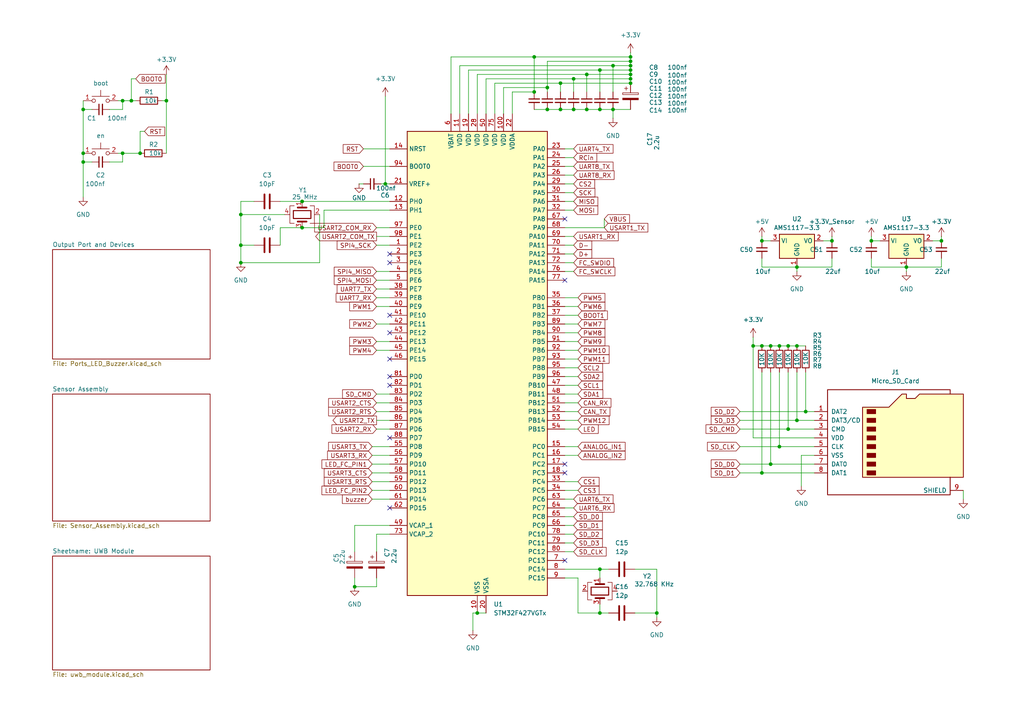
<source format=kicad_sch>
(kicad_sch (version 20231120) (generator "eeschema") (generator_version "8.0")
  (paper "A4")
  (lib_symbols
    (symbol "Connector:Micro_SD_Card" (pin_names (offset 1.016))
      (property "Reference" "J" (at -16.51 15.24 0))
      (property "Value" "Micro_SD_Card" (at 16.51 15.24 0))
      (symbol "Micro_SD_Card_1_1"
        (pin bidirectional line (at -22.86 7.62 0) (length 3.81) (name "DAT2") (number "1"))
        (pin bidirectional line (at -22.86 5.08 0) (length 3.81) (name "DAT3/CD") (number "2"))
        (pin input line (at -22.86 2.54 0) (length 3.81) (name "CMD") (number "3"))
        (pin power_in line (at -22.86 0 0) (length 3.81) (name "VDD") (number "4"))
        (pin input line (at -22.86 -2.54 0) (length 3.81) (name "CLK") (number "5"))
        (pin power_in line (at -22.86 -5.08 0) (length 3.81) (name "VSS") (number "6"))
        (pin bidirectional line (at -22.86 -7.62 0) (length 3.81) (name "DAT0") (number "7"))
        (pin bidirectional line (at -22.86 -10.16 0) (length 3.81) (name "DAT1") (number "8"))
        (pin passive line (at 20.32 -15.24 180) (length 3.81) (name "SHIELD") (number "9"))
      )
    )
    (symbol "Device:C" (pin_numbers hide) (pin_names (offset 0.254))
      (property "Reference" "C" (at 0.635 2.54 0))
      (property "Value" "C" (at 0.635 -2.54 0))
      (symbol "C_1_1"
        (pin passive line (at 0 3.81 270) (length 2.794) (name "~") (number "1"))
        (pin passive line (at 0 -3.81 90) (length 2.794) (name "~") (number "2"))
      )
    )
    (symbol "Device:C_Polarized" (pin_numbers hide) (pin_names (offset 0.254))
      (property "Reference" "C" (at 0.635 2.54 0))
      (property "Value" "C_Polarized" (at 0.635 -2.54 0))
      (symbol "C_Polarized_1_1"
        (pin passive line (at 0 3.81 270) (length 2.794) (name "~") (number "1"))
        (pin passive line (at 0 -3.81 90) (length 2.794) (name "~") (number "2"))
      )
    )
    (symbol "Device:C_Small" (pin_numbers hide) (pin_names (offset 0.254) hide)
      (property "Reference" "C" (at 0.254 1.778 0))
      (property "Value" "C_Small" (at 0.254 -2.032 0))
      (symbol "C_Small_1_1"
        (pin passive line (at 0 2.54 270) (length 2.032) (name "~") (number "1"))
        (pin passive line (at 0 -2.54 90) (length 2.032) (name "~") (number "2"))
      )
    )
    (symbol "Device:Crystal_GND24" (pin_names (offset 1.016) hide)
      (property "Reference" "Y" (at 3.175 5.08 0))
      (property "Value" "Crystal_GND24" (at 3.175 3.175 0))
      (symbol "Crystal_GND24_1_1"
        (pin passive line (at -3.81 0 0) (length 1.27) (name "1") (number "1"))
        (pin passive line (at 0 5.08 270) (length 1.27) (name "2") (number "2"))
        (pin passive line (at 3.81 0 180) (length 1.27) (name "3") (number "3"))
        (pin passive line (at 0 -5.08 90) (length 1.27) (name "4") (number "4"))
      )
    )
    (symbol "Device:R" (pin_numbers hide) (pin_names (offset 0))
      (property "Reference" "R" (at 2.032 0 90))
      (property "Value" "R" (at 0 0 90))
      (symbol "R_1_1"
        (pin passive line (at 0 3.81 270) (length 1.27) (name "~") (number "1"))
        (pin passive line (at 0 -3.81 90) (length 1.27) (name "~") (number "2"))
      )
    )
    (symbol "MCU_ST_STM32F4:STM32F427VGTx"
      (property "Reference" "U" (at -20.32 69.85 0))
      (property "Value" "STM32F427VGTx" (at 12.7 69.85 0))
      (symbol "STM32F427VGTx_1_1"
        (pin bidirectional line (at -25.4 35.56 0) (length 5.08) (name "PE2") (number "1"))
        (pin power_in line (at 0 -71.12 90) (length 5.08) (name "VSS") (number "10"))
        (pin power_in line (at 7.62 73.66 270) (length 5.08) (name "VDD") (number "100"))
        (pin power_in line (at -5.08 73.66 270) (length 5.08) (name "VDD") (number "11"))
        (pin bidirectional line (at -25.4 48.26 0) (length 5.08) (name "PH0") (number "12"))
        (pin bidirectional line (at -25.4 45.72 0) (length 5.08) (name "PH1") (number "13"))
        (pin input line (at -25.4 63.5 0) (length 5.08) (name "NRST") (number "14"))
        (pin bidirectional line (at 25.4 -22.86 180) (length 5.08) (name "PC0") (number "15"))
        (pin bidirectional line (at 25.4 -25.4 180) (length 5.08) (name "PC1") (number "16"))
        (pin bidirectional line (at 25.4 -27.94 180) (length 5.08) (name "PC2") (number "17"))
        (pin bidirectional line (at 25.4 -30.48 180) (length 5.08) (name "PC3") (number "18"))
        (pin power_in line (at -2.54 73.66 270) (length 5.08) (name "VDD") (number "19"))
        (pin bidirectional line (at -25.4 33.02 0) (length 5.08) (name "PE3") (number "2"))
        (pin power_in line (at 2.54 -71.12 90) (length 5.08) (name "VSSA") (number "20"))
        (pin input line (at -25.4 53.34 0) (length 5.08) (name "VREF+") (number "21"))
        (pin power_in line (at 10.16 73.66 270) (length 5.08) (name "VDDA") (number "22"))
        (pin bidirectional line (at 25.4 63.5 180) (length 5.08) (name "PA0") (number "23"))
        (pin bidirectional line (at 25.4 60.96 180) (length 5.08) (name "PA1") (number "24"))
        (pin bidirectional line (at 25.4 58.42 180) (length 5.08) (name "PA2") (number "25"))
        (pin bidirectional line (at 25.4 55.88 180) (length 5.08) (name "PA3") (number "26"))
        (pin passive line (at 0 -71.12 90) (length 5.08) hide (name "VSS") (number "27"))
        (pin power_in line (at 0 73.66 270) (length 5.08) (name "VDD") (number "28"))
        (pin bidirectional line (at 25.4 53.34 180) (length 5.08) (name "PA4") (number "29"))
        (pin bidirectional line (at -25.4 30.48 0) (length 5.08) (name "PE4") (number "3"))
        (pin bidirectional line (at 25.4 50.8 180) (length 5.08) (name "PA5") (number "30"))
        (pin bidirectional line (at 25.4 48.26 180) (length 5.08) (name "PA6") (number "31"))
        (pin bidirectional line (at 25.4 45.72 180) (length 5.08) (name "PA7") (number "32"))
        (pin bidirectional line (at 25.4 -33.02 180) (length 5.08) (name "PC4") (number "33"))
        (pin bidirectional line (at 25.4 -35.56 180) (length 5.08) (name "PC5") (number "34"))
        (pin bidirectional line (at 25.4 20.32 180) (length 5.08) (name "PB0") (number "35"))
        (pin bidirectional line (at 25.4 17.78 180) (length 5.08) (name "PB1") (number "36"))
        (pin bidirectional line (at 25.4 15.24 180) (length 5.08) (name "PB2") (number "37"))
        (pin bidirectional line (at -25.4 22.86 0) (length 5.08) (name "PE7") (number "38"))
        (pin bidirectional line (at -25.4 20.32 0) (length 5.08) (name "PE8") (number "39"))
        (pin bidirectional line (at -25.4 27.94 0) (length 5.08) (name "PE5") (number "4"))
        (pin bidirectional line (at -25.4 17.78 0) (length 5.08) (name "PE9") (number "40"))
        (pin bidirectional line (at -25.4 15.24 0) (length 5.08) (name "PE10") (number "41"))
        (pin bidirectional line (at -25.4 12.7 0) (length 5.08) (name "PE11") (number "42"))
        (pin bidirectional line (at -25.4 10.16 0) (length 5.08) (name "PE12") (number "43"))
        (pin bidirectional line (at -25.4 7.62 0) (length 5.08) (name "PE13") (number "44"))
        (pin bidirectional line (at -25.4 5.08 0) (length 5.08) (name "PE14") (number "45"))
        (pin bidirectional line (at -25.4 2.54 0) (length 5.08) (name "PE15") (number "46"))
        (pin bidirectional line (at 25.4 -5.08 180) (length 5.08) (name "PB10") (number "47"))
        (pin bidirectional line (at 25.4 -7.62 180) (length 5.08) (name "PB11") (number "48"))
        (pin power_out line (at -25.4 -45.72 0) (length 5.08) (name "VCAP_1") (number "49"))
        (pin bidirectional line (at -25.4 25.4 0) (length 5.08) (name "PE6") (number "5"))
        (pin power_in line (at 2.54 73.66 270) (length 5.08) (name "VDD") (number "50"))
        (pin bidirectional line (at 25.4 -10.16 180) (length 5.08) (name "PB12") (number "51"))
        (pin bidirectional line (at 25.4 -12.7 180) (length 5.08) (name "PB13") (number "52"))
        (pin bidirectional line (at 25.4 -15.24 180) (length 5.08) (name "PB14") (number "53"))
        (pin bidirectional line (at 25.4 -17.78 180) (length 5.08) (name "PB15") (number "54"))
        (pin bidirectional line (at -25.4 -22.86 0) (length 5.08) (name "PD8") (number "55"))
        (pin bidirectional line (at -25.4 -25.4 0) (length 5.08) (name "PD9") (number "56"))
        (pin bidirectional line (at -25.4 -27.94 0) (length 5.08) (name "PD10") (number "57"))
        (pin bidirectional line (at -25.4 -30.48 0) (length 5.08) (name "PD11") (number "58"))
        (pin bidirectional line (at -25.4 -33.02 0) (length 5.08) (name "PD12") (number "59"))
        (pin power_in line (at -7.62 73.66 270) (length 5.08) (name "VBAT") (number "6"))
        (pin bidirectional line (at -25.4 -35.56 0) (length 5.08) (name "PD13") (number "60"))
        (pin bidirectional line (at -25.4 -38.1 0) (length 5.08) (name "PD14") (number "61"))
        (pin bidirectional line (at -25.4 -40.64 0) (length 5.08) (name "PD15") (number "62"))
        (pin bidirectional line (at 25.4 -38.1 180) (length 5.08) (name "PC6") (number "63"))
        (pin bidirectional line (at 25.4 -40.64 180) (length 5.08) (name "PC7") (number "64"))
        (pin bidirectional line (at 25.4 -43.18 180) (length 5.08) (name "PC8") (number "65"))
        (pin bidirectional line (at 25.4 -45.72 180) (length 5.08) (name "PC9") (number "66"))
        (pin bidirectional line (at 25.4 43.18 180) (length 5.08) (name "PA8") (number "67"))
        (pin bidirectional line (at 25.4 40.64 180) (length 5.08) (name "PA9") (number "68"))
        (pin bidirectional line (at 25.4 38.1 180) (length 5.08) (name "PA10") (number "69"))
        (pin bidirectional line (at 25.4 -55.88 180) (length 5.08) (name "PC13") (number "7"))
        (pin bidirectional line (at 25.4 35.56 180) (length 5.08) (name "PA11") (number "70"))
        (pin bidirectional line (at 25.4 33.02 180) (length 5.08) (name "PA12") (number "71"))
        (pin bidirectional line (at 25.4 30.48 180) (length 5.08) (name "PA13") (number "72"))
        (pin power_out line (at -25.4 -48.26 0) (length 5.08) (name "VCAP_2") (number "73"))
        (pin passive line (at 0 -71.12 90) (length 5.08) hide (name "VSS") (number "74"))
        (pin power_in line (at 5.08 73.66 270) (length 5.08) (name "VDD") (number "75"))
        (pin bidirectional line (at 25.4 27.94 180) (length 5.08) (name "PA14") (number "76"))
        (pin bidirectional line (at 25.4 25.4 180) (length 5.08) (name "PA15") (number "77"))
        (pin bidirectional line (at 25.4 -48.26 180) (length 5.08) (name "PC10") (number "78"))
        (pin bidirectional line (at 25.4 -50.8 180) (length 5.08) (name "PC11") (number "79"))
        (pin bidirectional line (at 25.4 -58.42 180) (length 5.08) (name "PC14") (number "8"))
        (pin bidirectional line (at 25.4 -53.34 180) (length 5.08) (name "PC12") (number "80"))
        (pin bidirectional line (at -25.4 -2.54 0) (length 5.08) (name "PD0") (number "81"))
        (pin bidirectional line (at -25.4 -5.08 0) (length 5.08) (name "PD1") (number "82"))
        (pin bidirectional line (at -25.4 -7.62 0) (length 5.08) (name "PD2") (number "83"))
        (pin bidirectional line (at -25.4 -10.16 0) (length 5.08) (name "PD3") (number "84"))
        (pin bidirectional line (at -25.4 -12.7 0) (length 5.08) (name "PD4") (number "85"))
        (pin bidirectional line (at -25.4 -15.24 0) (length 5.08) (name "PD5") (number "86"))
        (pin bidirectional line (at -25.4 -17.78 0) (length 5.08) (name "PD6") (number "87"))
        (pin bidirectional line (at -25.4 -20.32 0) (length 5.08) (name "PD7") (number "88"))
        (pin bidirectional line (at 25.4 12.7 180) (length 5.08) (name "PB3") (number "89"))
        (pin bidirectional line (at 25.4 -60.96 180) (length 5.08) (name "PC15") (number "9"))
        (pin bidirectional line (at 25.4 10.16 180) (length 5.08) (name "PB4") (number "90"))
        (pin bidirectional line (at 25.4 7.62 180) (length 5.08) (name "PB5") (number "91"))
        (pin bidirectional line (at 25.4 5.08 180) (length 5.08) (name "PB6") (number "92"))
        (pin bidirectional line (at 25.4 2.54 180) (length 5.08) (name "PB7") (number "93"))
        (pin input line (at -25.4 58.42 0) (length 5.08) (name "BOOT0") (number "94"))
        (pin bidirectional line (at 25.4 0 180) (length 5.08) (name "PB8") (number "95"))
        (pin bidirectional line (at 25.4 -2.54 180) (length 5.08) (name "PB9") (number "96"))
        (pin bidirectional line (at -25.4 40.64 0) (length 5.08) (name "PE0") (number "97"))
        (pin bidirectional line (at -25.4 38.1 0) (length 5.08) (name "PE1") (number "98"))
        (pin passive line (at 0 -71.12 90) (length 5.08) hide (name "VSS") (number "99"))
      )
    )
    (symbol "PCM_Resistor_AKL:R_0603" (pin_numbers hide) (pin_names (offset 0))
      (property "Reference" "R" (at 2.54 1.27 0))
      (property "Value" "R_0603" (at 2.54 -1.27 0))
      (symbol "R_0603_1_1"
        (pin passive line (at 0 3.81 270) (length 1.27) (name "~") (number "1"))
        (pin passive line (at 0 -3.81 90) (length 1.27) (name "~") (number "2"))
      )
      (symbol "R_0603_1_2"
        (pin passive line (at 2.54 2.54 180) (length 0) (name "") (number "1"))
        (pin passive line (at -2.54 -2.54 0) (length 0) (name "") (number "2"))
      )
    )
    (symbol "Regulator_Linear:AMS1117-3.3"
      (property "Reference" "U" (at -3.81 3.175 0))
      (property "Value" "AMS1117-3.3" (at 0 3.175 0))
      (symbol "AMS1117-3.3_1_1"
        (pin power_in line (at 0 -7.62 90) (length 2.54) (name "GND") (number "1"))
        (pin power_out line (at 7.62 0 180) (length 2.54) (name "VO") (number "2"))
        (pin power_in line (at -7.62 0 0) (length 2.54) (name "VI") (number "3"))
      )
    )
    (symbol "Switch:SW_Push_Dual_x2" (pin_names (offset 1.016) hide)
      (property "Reference" "SW" (at 1.27 2.54 0))
      (property "Value" "SW_Push_Dual_x2" (at 0 -1.524 0))
      (symbol "SW_Push_Dual_x2_1_1"
        (pin passive line (at -5.08 0 0) (length 2.54) (name "C") (number "1"))
        (pin passive line (at 5.08 0 180) (length 2.54) (name "D") (number "2"))
      )
      (symbol "SW_Push_Dual_x2_2_1"
        (pin passive line (at -5.08 0 0) (length 2.54) (name "C") (number "3"))
        (pin passive line (at 5.08 0 180) (length 2.54) (name "D") (number "4"))
      )
    )
    (symbol "power:+3.3V" (power) (pin_numbers hide) (pin_names (offset 0) hide)
      (property "Value" "+3.3V" (at 0 3.556 0))
      (symbol "+3.3V_1_1"
        (pin power_in line (at 0 0 90) (length 0) (name "~") (number "1"))
      )
    )
    (symbol "power:+5V" (power) (pin_numbers hide) (pin_names (offset 0) hide)
      (property "Value" "+5V" (at 0 3.556 0))
      (symbol "+5V_1_1"
        (pin power_in line (at 0 0 90) (length 0) (name "~") (number "1"))
      )
    )
    (symbol "power:GND" (power) (pin_numbers hide) (pin_names (offset 0) hide)
      (property "Value" "GND" (at 0 -3.81 0))
      (symbol "GND_1_1"
        (pin power_in line (at 0 0 270) (length 0) (name "~") (number "1"))
      )
    )
  )
  (junction (at 154.94 16.51))
  (junction (at 38.1 29.21))
  (junction (at 48.26 29.21))
  (junction (at 35.56 44.45))
  (junction (at 226.06 129.54))
  (junction (at 182.88 17.78))
  (junction (at 231.14 121.92))
  (junction (at 220.98 100.33))
  (junction (at 154.94 26.67))
  (junction (at 226.06 100.33))
  (junction (at 69.85 71.12))
  (junction (at 35.56 29.21))
  (junction (at 40.64 44.45))
  (junction (at 252.73 69.85))
  (junction (at 24.13 46.99))
  (junction (at 220.98 137.16))
  (junction (at 241.3 69.85))
  (junction (at 182.88 20.32))
  (junction (at 228.6 100.33))
  (junction (at 166.37 31.75))
  (junction (at 231.14 100.33))
  (junction (at 173.99 20.32))
  (junction (at 87.63 58.42))
  (junction (at 87.63 66.04))
  (junction (at 177.8 19.05))
  (junction (at 173.99 177.8))
  (junction (at 182.88 16.51))
  (junction (at 158.75 25.4))
  (junction (at 138.43 177.8))
  (junction (at 173.99 31.75))
  (junction (at 182.88 24.13))
  (junction (at 162.56 31.75))
  (junction (at 273.05 69.85))
  (junction (at 111.76 53.34))
  (junction (at 182.88 22.86))
  (junction (at 177.8 31.75))
  (junction (at 231.14 77.47))
  (junction (at 102.87 170.18))
  (junction (at 170.18 31.75))
  (junction (at 233.68 119.38))
  (junction (at 228.6 124.46))
  (junction (at 182.88 21.59))
  (junction (at 69.85 76.2))
  (junction (at 166.37 22.86))
  (junction (at 24.13 31.75))
  (junction (at 223.52 100.33))
  (junction (at 162.56 24.13))
  (junction (at 223.52 134.62))
  (junction (at 24.13 44.45))
  (junction (at 170.18 21.59))
  (junction (at 69.85 62.23))
  (junction (at 262.89 77.47))
  (junction (at 158.75 31.75))
  (junction (at 218.44 100.33))
  (junction (at 220.98 69.85))
  (junction (at 190.5 177.8))
  (junction (at 173.99 165.1))
  (junction (at 182.88 19.05))
  (no_connect (at 113.03 104.14))
  (no_connect (at 113.03 127))
  (no_connect (at 113.03 76.2))
  (no_connect (at 113.03 111.76))
  (no_connect (at 163.83 162.56))
  (no_connect (at 163.83 134.62))
  (no_connect (at 113.03 147.32))
  (no_connect (at 163.83 63.5))
  (no_connect (at 113.03 96.52))
  (no_connect (at 163.83 81.28))
  (no_connect (at 113.03 73.66))
  (no_connect (at 113.03 109.22))
  (no_connect (at 163.83 137.16))
  (no_connect (at 113.03 91.44))
  (wire (pts (xy 109.22 78.74) (xy 113.03 78.74)))
  (wire (pts (xy 163.83 106.68) (xy 167.64 106.68)))
  (wire (pts (xy 166.37 78.74) (xy 163.83 78.74)))
  (wire (pts (xy 73.66 58.42) (xy 69.85 58.42)))
  (wire (pts (xy 31.75 46.99) (xy 35.56 46.99)))
  (wire (pts (xy 176.53 177.8) (xy 173.99 177.8)))
  (wire (pts (xy 163.83 71.12) (xy 166.37 71.12)))
  (wire (pts (xy 158.75 26.67) (xy 158.75 25.4)))
  (wire (pts (xy 69.85 62.23) (xy 69.85 71.12)))
  (wire (pts (xy 177.8 26.67) (xy 177.8 19.05)))
  (wire (pts (xy 109.22 154.94) (xy 113.03 154.94)))
  (wire (pts (xy 241.3 74.93) (xy 241.3 77.47)))
  (wire (pts (xy 166.37 152.4) (xy 163.83 152.4)))
  (wire (pts (xy 109.22 71.12) (xy 113.03 71.12)))
  (wire (pts (xy 226.06 107.95) (xy 226.06 129.54)))
  (wire (pts (xy 109.22 81.28) (xy 113.03 81.28)))
  (wire (pts (xy 133.35 19.05) (xy 133.35 33.02)))
  (wire (pts (xy 130.81 33.02) (xy 130.81 16.51)))
  (wire (pts (xy 154.94 16.51) (xy 182.88 16.51)))
  (wire (pts (xy 220.98 74.93) (xy 220.98 77.47)))
  (wire (pts (xy 87.63 66.04) (xy 93.98 66.04)))
  (wire (pts (xy 69.85 71.12) (xy 73.66 71.12)))
  (wire (pts (xy 241.3 69.85) (xy 241.3 68.58)))
  (wire (pts (xy 163.83 53.34) (xy 166.37 53.34)))
  (wire (pts (xy 223.52 69.85) (xy 220.98 69.85)))
  (wire (pts (xy 102.87 167.64) (xy 102.87 170.18)))
  (wire (pts (xy 163.83 165.1) (xy 173.99 165.1)))
  (wire (pts (xy 109.22 99.06) (xy 113.03 99.06)))
  (wire (pts (xy 252.73 74.93) (xy 252.73 77.47)))
  (wire (pts (xy 220.98 137.16) (xy 236.22 137.16)))
  (wire (pts (xy 176.53 165.1) (xy 173.99 165.1)))
  (wire (pts (xy 48.26 21.59) (xy 48.26 29.21)))
  (wire (pts (xy 138.43 177.8) (xy 140.97 177.8)))
  (wire (pts (xy 220.98 69.85) (xy 220.98 68.58)))
  (wire (pts (xy 109.22 160.02) (xy 109.22 154.94)))
  (wire (pts (xy 107.95 144.78) (xy 113.03 144.78)))
  (wire (pts (xy 105.41 48.26) (xy 113.03 48.26)))
  (wire (pts (xy 236.22 132.08) (xy 232.41 132.08)))
  (wire (pts (xy 252.73 69.85) (xy 252.73 68.58)))
  (wire (pts (xy 255.27 69.85) (xy 252.73 69.85)))
  (wire (pts (xy 146.05 25.4) (xy 146.05 33.02)))
  (wire (pts (xy 163.83 111.76) (xy 167.64 111.76)))
  (wire (pts (xy 109.22 83.82) (xy 113.03 83.82)))
  (wire (pts (xy 163.83 45.72) (xy 166.37 45.72)))
  (wire (pts (xy 69.85 71.12) (xy 69.85 76.2)))
  (wire (pts (xy 214.63 124.46) (xy 228.6 124.46)))
  (wire (pts (xy 109.22 66.04) (xy 113.03 66.04)))
  (wire (pts (xy 173.99 165.1) (xy 173.99 167.64)))
  (wire (pts (xy 177.8 19.05) (xy 182.88 19.05)))
  (wire (pts (xy 184.15 165.1) (xy 190.5 165.1)))
  (wire (pts (xy 38.1 29.21) (xy 35.56 29.21)))
  (wire (pts (xy 166.37 50.8) (xy 163.83 50.8)))
  (wire (pts (xy 137.16 182.88) (xy 137.16 177.8)))
  (wire (pts (xy 163.83 93.98) (xy 167.64 93.98)))
  (wire (pts (xy 81.28 71.12) (xy 81.28 66.04)))
  (wire (pts (xy 107.95 142.24) (xy 113.03 142.24)))
  (wire (pts (xy 163.83 68.58) (xy 166.37 68.58)))
  (wire (pts (xy 158.75 25.4) (xy 158.75 17.78)))
  (wire (pts (xy 163.83 91.44) (xy 167.64 91.44)))
  (wire (pts (xy 238.76 69.85) (xy 241.3 69.85)))
  (wire (pts (xy 109.22 167.64) (xy 109.22 170.18)))
  (wire (pts (xy 173.99 31.75) (xy 177.8 31.75)))
  (wire (pts (xy 111.76 53.34) (xy 113.03 53.34)))
  (wire (pts (xy 109.22 114.3) (xy 113.03 114.3)))
  (wire (pts (xy 167.64 116.84) (xy 163.83 116.84)))
  (wire (pts (xy 173.99 20.32) (xy 135.89 20.32)))
  (wire (pts (xy 166.37 22.86) (xy 140.97 22.86)))
  (wire (pts (xy 163.83 73.66) (xy 166.37 73.66)))
  (wire (pts (xy 154.94 26.67) (xy 154.94 16.51)))
  (wire (pts (xy 170.18 21.59) (xy 138.43 21.59)))
  (wire (pts (xy 140.97 22.86) (xy 140.97 33.02)))
  (wire (pts (xy 130.81 16.51) (xy 154.94 16.51)))
  (wire (pts (xy 109.22 170.18) (xy 102.87 170.18)))
  (wire (pts (xy 167.64 177.8) (xy 173.99 177.8)))
  (wire (pts (xy 109.22 101.6) (xy 113.03 101.6)))
  (wire (pts (xy 166.37 154.94) (xy 163.83 154.94)))
  (wire (pts (xy 228.6 124.46) (xy 236.22 124.46)))
  (wire (pts (xy 35.56 44.45) (xy 34.29 44.45)))
  (wire (pts (xy 163.83 66.04) (xy 175.26 66.04)))
  (wire (pts (xy 163.83 144.78) (xy 166.37 144.78)))
  (wire (pts (xy 167.64 96.52) (xy 163.83 96.52)))
  (wire (pts (xy 41.91 38.1) (xy 40.64 38.1)))
  (wire (pts (xy 241.3 77.47) (xy 231.14 77.47)))
  (wire (pts (xy 104.14 53.34) (xy 105.41 53.34)))
  (wire (pts (xy 107.95 134.62) (xy 113.03 134.62)))
  (wire (pts (xy 228.6 100.33) (xy 231.14 100.33)))
  (wire (pts (xy 35.56 44.45) (xy 40.64 44.45)))
  (wire (pts (xy 218.44 100.33) (xy 220.98 100.33)))
  (wire (pts (xy 182.88 19.05) (xy 182.88 20.32)))
  (wire (pts (xy 177.8 31.75) (xy 182.88 31.75)))
  (wire (pts (xy 93.98 60.96) (xy 93.98 66.04)))
  (wire (pts (xy 170.18 31.75) (xy 173.99 31.75)))
  (wire (pts (xy 167.64 124.46) (xy 163.83 124.46)))
  (wire (pts (xy 93.98 60.96) (xy 113.03 60.96)))
  (wire (pts (xy 154.94 31.75) (xy 158.75 31.75)))
  (wire (pts (xy 31.75 31.75) (xy 35.56 31.75)))
  (wire (pts (xy 113.03 129.54) (xy 107.95 129.54)))
  (wire (pts (xy 38.1 22.86) (xy 38.1 29.21)))
  (wire (pts (xy 279.4 142.24) (xy 279.4 144.78)))
  (wire (pts (xy 262.89 77.47) (xy 273.05 77.47)))
  (wire (pts (xy 166.37 31.75) (xy 170.18 31.75)))
  (wire (pts (xy 167.64 167.64) (xy 167.64 177.8)))
  (wire (pts (xy 111.76 27.94) (xy 111.76 53.34)))
  (wire (pts (xy 214.63 137.16) (xy 220.98 137.16)))
  (wire (pts (xy 137.16 177.8) (xy 138.43 177.8)))
  (wire (pts (xy 102.87 152.4) (xy 113.03 152.4)))
  (wire (pts (xy 232.41 132.08) (xy 232.41 140.97)))
  (wire (pts (xy 163.83 43.18) (xy 166.37 43.18)))
  (wire (pts (xy 163.83 147.32) (xy 166.37 147.32)))
  (wire (pts (xy 167.64 139.7) (xy 163.83 139.7)))
  (wire (pts (xy 166.37 55.88) (xy 163.83 55.88)))
  (wire (pts (xy 163.83 132.08) (xy 167.64 132.08)))
  (wire (pts (xy 163.83 76.2) (xy 166.37 76.2)))
  (wire (pts (xy 182.88 22.86) (xy 182.88 24.13)))
  (wire (pts (xy 167.64 142.24) (xy 163.83 142.24)))
  (wire (pts (xy 166.37 160.02) (xy 163.83 160.02)))
  (wire (pts (xy 270.51 69.85) (xy 273.05 69.85)))
  (wire (pts (xy 190.5 177.8) (xy 184.15 177.8)))
  (wire (pts (xy 87.63 58.42) (xy 113.03 58.42)))
  (wire (pts (xy 236.22 119.38) (xy 233.68 119.38)))
  (wire (pts (xy 35.56 31.75) (xy 35.56 29.21)))
  (wire (pts (xy 109.22 119.38) (xy 113.03 119.38)))
  (wire (pts (xy 24.13 46.99) (xy 26.67 46.99)))
  (wire (pts (xy 24.13 46.99) (xy 24.13 57.15)))
  (wire (pts (xy 182.88 20.32) (xy 182.88 21.59)))
  (wire (pts (xy 138.43 21.59) (xy 138.43 33.02)))
  (wire (pts (xy 166.37 157.48) (xy 163.83 157.48)))
  (wire (pts (xy 177.8 31.75) (xy 177.8 34.29)))
  (wire (pts (xy 166.37 58.42) (xy 163.83 58.42)))
  (wire (pts (xy 231.14 77.47) (xy 231.14 78.74)))
  (wire (pts (xy 162.56 31.75) (xy 166.37 31.75)))
  (wire (pts (xy 173.99 26.67) (xy 173.99 20.32)))
  (wire (pts (xy 81.28 66.04) (xy 87.63 66.04)))
  (wire (pts (xy 107.95 139.7) (xy 113.03 139.7)))
  (wire (pts (xy 109.22 86.36) (xy 113.03 86.36)))
  (wire (pts (xy 69.85 62.23) (xy 82.55 62.23)))
  (wire (pts (xy 214.63 134.62) (xy 223.52 134.62)))
  (wire (pts (xy 273.05 69.85) (xy 273.05 68.58)))
  (wire (pts (xy 92.71 76.2) (xy 69.85 76.2)))
  (wire (pts (xy 226.06 129.54) (xy 236.22 129.54)))
  (wire (pts (xy 163.83 109.22) (xy 167.64 109.22)))
  (wire (pts (xy 163.83 86.36) (xy 167.64 86.36)))
  (wire (pts (xy 166.37 22.86) (xy 182.88 22.86)))
  (wire (pts (xy 113.03 132.08) (xy 107.95 132.08)))
  (wire (pts (xy 214.63 129.54) (xy 226.06 129.54)))
  (wire (pts (xy 218.44 97.79) (xy 218.44 100.33)))
  (wire (pts (xy 113.03 43.18) (xy 105.41 43.18)))
  (wire (pts (xy 109.22 121.92) (xy 113.03 121.92)))
  (wire (pts (xy 223.52 134.62) (xy 236.22 134.62)))
  (wire (pts (xy 173.99 177.8) (xy 173.99 175.26)))
  (wire (pts (xy 223.52 100.33) (xy 226.06 100.33)))
  (wire (pts (xy 177.8 19.05) (xy 133.35 19.05)))
  (wire (pts (xy 39.37 22.86) (xy 38.1 22.86)))
  (wire (pts (xy 220.98 100.33) (xy 223.52 100.33)))
  (wire (pts (xy 162.56 24.13) (xy 182.88 24.13)))
  (wire (pts (xy 40.64 38.1) (xy 40.64 44.45)))
  (wire (pts (xy 109.22 116.84) (xy 113.03 116.84)))
  (wire (pts (xy 102.87 160.02) (xy 102.87 152.4)))
  (wire (pts (xy 231.14 121.92) (xy 236.22 121.92)))
  (wire (pts (xy 24.13 31.75) (xy 24.13 44.45)))
  (wire (pts (xy 148.59 26.67) (xy 148.59 33.02)))
  (wire (pts (xy 135.89 20.32) (xy 135.89 33.02)))
  (wire (pts (xy 236.22 127) (xy 218.44 127)))
  (wire (pts (xy 226.06 100.33) (xy 228.6 100.33)))
  (wire (pts (xy 39.37 29.21) (xy 38.1 29.21)))
  (wire (pts (xy 231.14 107.95) (xy 231.14 121.92)))
  (wire (pts (xy 81.28 58.42) (xy 87.63 58.42)))
  (wire (pts (xy 233.68 119.38) (xy 233.68 107.95)))
  (wire (pts (xy 24.13 29.21) (xy 24.13 31.75)))
  (wire (pts (xy 228.6 107.95) (xy 228.6 124.46)))
  (wire (pts (xy 35.56 46.99) (xy 35.56 44.45)))
  (wire (pts (xy 214.63 119.38) (xy 233.68 119.38)))
  (wire (pts (xy 170.18 21.59) (xy 182.88 21.59)))
  (wire (pts (xy 109.22 68.58) (xy 113.03 68.58)))
  (wire (pts (xy 158.75 17.78) (xy 182.88 17.78)))
  (wire (pts (xy 24.13 44.45) (xy 24.13 46.99)))
  (wire (pts (xy 110.49 53.34) (xy 111.76 53.34)))
  (wire (pts (xy 167.64 121.92) (xy 163.83 121.92)))
  (wire (pts (xy 163.83 167.64) (xy 167.64 167.64)))
  (wire (pts (xy 182.88 16.51) (xy 182.88 17.78)))
  (wire (pts (xy 167.64 99.06) (xy 163.83 99.06)))
  (wire (pts (xy 35.56 29.21) (xy 34.29 29.21)))
  (wire (pts (xy 214.63 121.92) (xy 231.14 121.92)))
  (wire (pts (xy 109.22 124.46) (xy 113.03 124.46)))
  (wire (pts (xy 220.98 107.95) (xy 220.98 137.16)))
  (wire (pts (xy 223.52 107.95) (xy 223.52 134.62)))
  (wire (pts (xy 158.75 25.4) (xy 146.05 25.4)))
  (wire (pts (xy 26.67 31.75) (xy 24.13 31.75)))
  (wire (pts (xy 182.88 17.78) (xy 182.88 19.05)))
  (wire (pts (xy 175.26 66.04) (xy 175.26 63.5)))
  (wire (pts (xy 154.94 26.67) (xy 148.59 26.67)))
  (wire (pts (xy 166.37 26.67) (xy 166.37 22.86)))
  (wire (pts (xy 163.83 104.14) (xy 167.64 104.14)))
  (wire (pts (xy 273.05 74.93) (xy 273.05 77.47)))
  (wire (pts (xy 220.98 77.47) (xy 231.14 77.47)))
  (wire (pts (xy 163.83 114.3) (xy 167.64 114.3)))
  (wire (pts (xy 158.75 31.75) (xy 162.56 31.75)))
  (wire (pts (xy 109.22 93.98) (xy 113.03 93.98)))
  (wire (pts (xy 182.88 15.24) (xy 182.88 16.51)))
  (wire (pts (xy 173.99 20.32) (xy 182.88 20.32)))
  (wire (pts (xy 252.73 77.47) (xy 262.89 77.47)))
  (wire (pts (xy 166.37 149.86) (xy 163.83 149.86)))
  (wire (pts (xy 143.51 24.13) (xy 143.51 33.02)))
  (wire (pts (xy 190.5 165.1) (xy 190.5 177.8)))
  (wire (pts (xy 48.26 29.21) (xy 46.99 29.21)))
  (wire (pts (xy 167.64 119.38) (xy 163.83 119.38)))
  (wire (pts (xy 190.5 177.8) (xy 190.5 179.07)))
  (wire (pts (xy 163.83 88.9) (xy 167.64 88.9)))
  (wire (pts (xy 182.88 21.59) (xy 182.88 22.86)))
  (wire (pts (xy 262.89 77.47) (xy 262.89 78.74)))
  (wire (pts (xy 92.71 62.23) (xy 92.71 76.2)))
  (wire (pts (xy 69.85 58.42) (xy 69.85 62.23)))
  (wire (pts (xy 48.26 29.21) (xy 48.26 44.45)))
  (wire (pts (xy 218.44 127) (xy 218.44 100.33)))
  (wire (pts (xy 162.56 26.67) (xy 162.56 24.13)))
  (wire (pts (xy 231.14 100.33) (xy 233.68 100.33)))
  (wire (pts (xy 162.56 24.13) (xy 143.51 24.13)))
  (wire (pts (xy 166.37 48.26) (xy 163.83 48.26)))
  (wire (pts (xy 109.22 88.9) (xy 113.03 88.9)))
  (wire (pts (xy 166.37 60.96) (xy 163.83 60.96)))
  (wire (pts (xy 170.18 26.67) (xy 170.18 21.59)))
  (wire (pts (xy 167.64 129.54) (xy 163.83 129.54)))
  (wire (pts (xy 163.83 101.6) (xy 167.64 101.6)))
  (wire (pts (xy 107.95 137.16) (xy 113.03 137.16)))
  (global_label "SDA2" (shape input) (at 167.64 109.22 0) (property "Intersheetrefs" "${INTERSHEET_REFS}" (effects (hide yes))))
  (global_label "PWM4" (shape input) (at 109.22 101.6 180) (property "Intersheetrefs" "${INTERSHEET_REFS}" (effects (hide yes))))
  (global_label "PWM9" (shape input) (at 167.64 99.06 0) (property "Intersheetrefs" "${INTERSHEET_REFS}" (effects (hide yes))))
  (global_label "MISO" (shape input) (at 166.37 58.42 0) (property "Intersheetrefs" "${INTERSHEET_REFS}" (effects (hide yes))))
  (global_label "D+" (shape input) (at 166.37 73.66 0) (property "Intersheetrefs" "${INTERSHEET_REFS}" (effects (hide yes))))
  (global_label "UART7_RX" (shape input) (at 109.22 86.36 180) (property "Intersheetrefs" "${INTERSHEET_REFS}" (effects (hide yes))))
  (global_label "SD_D1" (shape input) (at 214.63 137.16 180) (property "Intersheetrefs" "${INTERSHEET_REFS}" (effects (hide yes))))
  (global_label "CAN_RX" (shape input) (at 167.64 116.84 0) (property "Intersheetrefs" "${INTERSHEET_REFS}" (effects (hide yes))))
  (global_label "CS3" (shape input) (at 167.64 142.24 0) (property "Intersheetrefs" "${INTERSHEET_REFS}" (effects (hide yes))))
  (global_label "PWM8" (shape input) (at 167.64 96.52 0) (property "Intersheetrefs" "${INTERSHEET_REFS}" (effects (hide yes))))
  (global_label "SPI4_MOSI" (shape input) (at 109.22 81.28 180) (property "Intersheetrefs" "${INTERSHEET_REFS}" (effects (hide yes))))
  (global_label "UART6_TX" (shape input) (at 166.37 144.78 0) (property "Intersheetrefs" "${INTERSHEET_REFS}" (effects (hide yes))))
  (global_label "BOOT0" (shape input) (at 39.37 22.86 0) (property "Intersheetrefs" "${INTERSHEET_REFS}" (effects (hide yes))))
  (global_label "BOOT1" (shape input) (at 167.64 91.44 0) (property "Intersheetrefs" "${INTERSHEET_REFS}" (effects (hide yes))))
  (global_label "BOOT0" (shape input) (at 105.41 48.26 180) (property "Intersheetrefs" "${INTERSHEET_REFS}" (effects (hide yes))))
  (global_label "USART3_RTS" (shape input) (at 107.95 139.7 180) (property "Intersheetrefs" "${INTERSHEET_REFS}" (effects (hide yes))))
  (global_label "PWM7" (shape input) (at 167.64 93.98 0) (property "Intersheetrefs" "${INTERSHEET_REFS}" (effects (hide yes))))
  (global_label "USART3_RX" (shape input) (at 107.95 132.08 180) (property "Intersheetrefs" "${INTERSHEET_REFS}" (effects (hide yes))))
  (global_label "CS2" (shape input) (at 166.37 53.34 0) (property "Intersheetrefs" "${INTERSHEET_REFS}" (effects (hide yes))))
  (global_label "USART1_TX" (shape input) (at 175.26 66.04 0) (property "Intersheetrefs" "${INTERSHEET_REFS}" (effects (hide yes))))
  (global_label "USART2_COM_RX" (shape input) (at 109.22 66.04 180) (property "Intersheetrefs" "${INTERSHEET_REFS}" (effects (hide yes))))
  (global_label "D-" (shape input) (at 166.37 71.12 0) (property "Intersheetrefs" "${INTERSHEET_REFS}" (effects (hide yes))))
  (global_label "MOSI" (shape input) (at 166.37 60.96 0) (property "Intersheetrefs" "${INTERSHEET_REFS}" (effects (hide yes))))
  (global_label "USART1_RX" (shape input) (at 166.37 68.58 0) (property "Intersheetrefs" "${INTERSHEET_REFS}" (effects (hide yes))))
  (global_label "RST" (shape input) (at 105.41 43.18 180) (property "Intersheetrefs" "${INTERSHEET_REFS}" (effects (hide yes))))
  (global_label "USART2_COM_TX" (shape output) (at 109.22 68.58 180) (property "Intersheetrefs" "${INTERSHEET_REFS}" (effects (hide yes))))
  (global_label "LED" (shape input) (at 167.64 124.46 0) (property "Intersheetrefs" "${INTERSHEET_REFS}" (effects (hide yes))))
  (global_label "PWM11" (shape input) (at 167.64 104.14 0) (property "Intersheetrefs" "${INTERSHEET_REFS}" (effects (hide yes))))
  (global_label "USART2_RTS" (shape input) (at 109.22 119.38 180) (property "Intersheetrefs" "${INTERSHEET_REFS}" (effects (hide yes))))
  (global_label "buzzer" (shape input) (at 107.95 144.78 180) (property "Intersheetrefs" "${INTERSHEET_REFS}" (effects (hide yes))))
  (global_label "FC_SWCLK" (shape input) (at 166.37 78.74 0) (property "Intersheetrefs" "${INTERSHEET_REFS}" (effects (hide yes))))
  (global_label "PWM6" (shape input) (at 167.64 88.9 0) (property "Intersheetrefs" "${INTERSHEET_REFS}" (effects (hide yes))))
  (global_label "SD_CLK" (shape input) (at 214.63 129.54 180) (property "Intersheetrefs" "${INTERSHEET_REFS}" (effects (hide yes))))
  (global_label "SDA1" (shape input) (at 167.64 114.3 0) (property "Intersheetrefs" "${INTERSHEET_REFS}" (effects (hide yes))))
  (global_label "SCL2" (shape input) (at 167.64 106.68 0) (property "Intersheetrefs" "${INTERSHEET_REFS}" (effects (hide yes))))
  (global_label "SCK" (shape input) (at 166.37 55.88 0) (property "Intersheetrefs" "${INTERSHEET_REFS}" (effects (hide yes))))
  (global_label "UART8_TX" (shape input) (at 166.37 48.26 0) (property "Intersheetrefs" "${INTERSHEET_REFS}" (effects (hide yes))))
  (global_label "SD_CMD" (shape input) (at 214.63 124.46 180) (property "Intersheetrefs" "${INTERSHEET_REFS}" (effects (hide yes))))
  (global_label "UART7_TX" (shape input) (at 109.22 83.82 180) (property "Intersheetrefs" "${INTERSHEET_REFS}" (effects (hide yes))))
  (global_label "SD_D0" (shape input) (at 214.63 134.62 180) (property "Intersheetrefs" "${INTERSHEET_REFS}" (effects (hide yes))))
  (global_label "SPI4_MISO" (shape input) (at 109.22 78.74 180) (property "Intersheetrefs" "${INTERSHEET_REFS}" (effects (hide yes))))
  (global_label "PWM10" (shape input) (at 167.64 101.6 0) (property "Intersheetrefs" "${INTERSHEET_REFS}" (effects (hide yes))))
  (global_label "SPI4_SCK" (shape input) (at 109.22 71.12 180) (property "Intersheetrefs" "${INTERSHEET_REFS}" (effects (hide yes))))
  (global_label "PWM5" (shape input) (at 167.64 86.36 0) (property "Intersheetrefs" "${INTERSHEET_REFS}" (effects (hide yes))))
  (global_label "USART2_CTS" (shape input) (at 109.22 116.84 180) (property "Intersheetrefs" "${INTERSHEET_REFS}" (effects (hide yes))))
  (global_label "SD_CLK" (shape input) (at 166.37 160.02 0) (property "Intersheetrefs" "${INTERSHEET_REFS}" (effects (hide yes))))
  (global_label "FC_SWDIO" (shape input) (at 166.37 76.2 0) (property "Intersheetrefs" "${INTERSHEET_REFS}" (effects (hide yes))))
  (global_label "SD_CMD" (shape input) (at 109.22 114.3 180) (property "Intersheetrefs" "${INTERSHEET_REFS}" (effects (hide yes))))
  (global_label "PWM3" (shape input) (at 109.22 99.06 180) (property "Intersheetrefs" "${INTERSHEET_REFS}" (effects (hide yes))))
  (global_label "ANALOG_IN2" (shape input) (at 167.64 132.08 0) (property "Intersheetrefs" "${INTERSHEET_REFS}" (effects (hide yes))))
  (global_label "SD_D3" (shape input) (at 214.63 121.92 180) (property "Intersheetrefs" "${INTERSHEET_REFS}" (effects (hide yes))))
  (global_label "PWM12" (shape input) (at 167.64 121.92 0) (property "Intersheetrefs" "${INTERSHEET_REFS}" (effects (hide yes))))
  (global_label "VBUS" (shape input) (at 175.26 63.5 0) (property "Intersheetrefs" "${INTERSHEET_REFS}" (effects (hide yes))))
  (global_label "UART4_TX" (shape input) (at 166.37 43.18 0) (property "Intersheetrefs" "${INTERSHEET_REFS}" (effects (hide yes))))
  (global_label "USART3_TX" (shape input) (at 107.95 129.54 180) (property "Intersheetrefs" "${INTERSHEET_REFS}" (effects (hide yes))))
  (global_label "USART3_CTS" (shape input) (at 107.95 137.16 180) (property "Intersheetrefs" "${INTERSHEET_REFS}" (effects (hide yes))))
  (global_label "PWM1" (shape input) (at 109.22 88.9 180) (property "Intersheetrefs" "${INTERSHEET_REFS}" (effects (hide yes))))
  (global_label "SD_D1" (shape input) (at 166.37 152.4 0) (property "Intersheetrefs" "${INTERSHEET_REFS}" (effects (hide yes))))
  (global_label "USART2_RX" (shape input) (at 109.22 124.46 180) (property "Intersheetrefs" "${INTERSHEET_REFS}" (effects (hide yes))))
  (global_label "RST" (shape input) (at 41.91 38.1 0) (property "Intersheetrefs" "${INTERSHEET_REFS}" (effects (hide yes))))
  (global_label "SD_D0" (shape input) (at 166.37 149.86 0) (property "Intersheetrefs" "${INTERSHEET_REFS}" (effects (hide yes))))
  (global_label "UART8_RX" (shape input) (at 166.37 50.8 0) (property "Intersheetrefs" "${INTERSHEET_REFS}" (effects (hide yes))))
  (global_label "LED_FC_PIN2" (shape input) (at 107.95 142.24 180) (property "Intersheetrefs" "${INTERSHEET_REFS}" (effects (hide yes))))
  (global_label "LED_FC_PIN1" (shape input) (at 107.95 134.62 180) (property "Intersheetrefs" "${INTERSHEET_REFS}" (effects (hide yes))))
  (global_label "CAN_TX" (shape input) (at 167.64 119.38 0) (property "Intersheetrefs" "${INTERSHEET_REFS}" (effects (hide yes))))
  (global_label "SCL1" (shape input) (at 167.64 111.76 0) (property "Intersheetrefs" "${INTERSHEET_REFS}" (effects (hide yes))))
  (global_label "USART2_TX" (shape output) (at 109.22 121.92 180) (property "Intersheetrefs" "${INTERSHEET_REFS}" (effects (hide yes))))
  (global_label "SD_D3" (shape input) (at 166.37 157.48 0) (property "Intersheetrefs" "${INTERSHEET_REFS}" (effects (hide yes))))
  (global_label "RCin" (shape input) (at 166.37 45.72 0) (property "Intersheetrefs" "${INTERSHEET_REFS}" (effects (hide yes))))
  (global_label "CS1" (shape input) (at 167.64 139.7 0) (property "Intersheetrefs" "${INTERSHEET_REFS}" (effects (hide yes))))
  (global_label "PWM2" (shape input) (at 109.22 93.98 180) (property "Intersheetrefs" "${INTERSHEET_REFS}" (effects (hide yes))))
  (global_label "ANALOG_IN1" (shape input) (at 167.64 129.54 0) (property "Intersheetrefs" "${INTERSHEET_REFS}" (effects (hide yes))))
  (global_label "UART6_RX" (shape input) (at 166.37 147.32 0) (property "Intersheetrefs" "${INTERSHEET_REFS}" (effects (hide yes))))
  (global_label "SD_D2" (shape input) (at 214.63 119.38 180) (property "Intersheetrefs" "${INTERSHEET_REFS}" (effects (hide yes))))
  (global_label "SD_D2" (shape input) (at 166.37 154.94 0) (property "Intersheetrefs" "${INTERSHEET_REFS}" (effects (hide yes))))
  (symbol (lib_id "Device:C_Small") (at 166.37 29.21 0) (unit 1)
    (property "Reference" "C11" (at 188.214 25.654 0) (effects (justify left)))
    (property "Value" "100nf" (at 193.548 25.908 0) (effects (justify left)))
    (property "Footprint" "Capacitor_SMD:C_0603_1608Metric_Pad1.08x0.95mm_HandSolder" (effects (hide yes)))
    (property "Description" "Unpolarized capacitor, small symbol" (effects (hide yes)))
  )
  (symbol (lib_id "power:+3.3V") (at 48.26 21.59 0) (unit 1)
    (property "Reference" "#PWR02" (effects (hide yes)))
    (property "Value" "+3.3V" (at 48.26 17.272 0))
    (property "Description" "Power symbol creates a global label with name \"+3.3V\"" (effects (hide yes)))
  )
  (symbol (lib_id "Device:Crystal_GND24") (at 173.99 171.45 90) (mirror x) (unit 1)
    (property "Reference" "Y2" (at 187.706 167.132 90))
    (property "Value" "32.768 KHz" (at 189.738 169.418 90))
    (property "Footprint" "Crystal:Crystal_SMD_SeikoEpson_MC306-4Pin_8.0x3.2mm" (effects (hide yes)))
    (property "Description" "Four pin crystal, GND on pins 2 and 4" (effects (hide yes)))
  )
  (symbol (lib_id "Device:C_Small") (at 29.21 31.75 90) (unit 1)
    (property "Reference" "C1" (at 27.94 34.29 90) (effects (justify left)))
    (property "Value" "100nf" (at 36.83 34.29 90) (effects (justify left)))
    (property "Footprint" "Capacitor_SMD:C_0603_1608Metric_Pad1.08x0.95mm_HandSolder" (effects (hide yes)))
    (property "Description" "Unpolarized capacitor, small symbol" (effects (hide yes)))
  )
  (symbol (lib_id "power:+5V") (at 220.98 68.58 0) (unit 1)
    (property "Reference" "#PWR014" (effects (hide yes)))
    (property "Value" "+5V" (at 220.98 64.262 0))
    (property "Description" "Power symbol creates a global label with name \"+5V\"" (effects (hide yes)))
  )
  (symbol (lib_id "PCM_Resistor_AKL:R_0603") (at 43.18 29.21 270) (unit 1)
    (property "Reference" "R1" (at 41.91 26.67 90) (effects (justify left)))
    (property "Value" "10k" (at 41.91 29.21 90) (effects (justify left)))
    (property "Footprint" "Resistor_SMD:R_0603_1608Metric_Pad0.98x0.95mm_HandSolder" (effects (hide yes)))
    (property "Description" "SMD 0603 Chip Resistor, European Symbol, Alternate KiCad Library" (effects (hide yes)))
  )
  (symbol (lib_id "Device:C_Small") (at 177.8 29.21 0) (unit 1)
    (property "Reference" "C14" (at 188.214 32.004 0) (effects (justify left)))
    (property "Value" "100nf" (at 193.548 32.004 0) (effects (justify left)))
    (property "Footprint" "Capacitor_SMD:C_0603_1608Metric_Pad1.08x0.95mm_HandSolder" (effects (hide yes)))
    (property "Description" "Unpolarized capacitor, small symbol" (effects (hide yes)))
  )
  (symbol (lib_id "Device:C_Small") (at 252.73 72.39 0) (mirror y) (unit 1)
    (property "Reference" "C52" (at 250.19 72.39 0) (effects (justify left)))
    (property "Value" "10uf" (at 255.27 78.74 0) (effects (justify left)))
    (property "Footprint" "Capacitor_SMD:C_0805_2012Metric_Pad1.18x1.45mm_HandSolder" (effects (hide yes)))
    (property "Description" "Unpolarized capacitor, small symbol" (effects (hide yes)))
  )
  (symbol (lib_id "Device:C_Small") (at 220.98 72.39 0) (mirror y) (unit 1)
    (property "Reference" "C50" (at 218.44 72.39 0) (effects (justify left)))
    (property "Value" "10uf" (at 223.52 78.74 0) (effects (justify left)))
    (property "Footprint" "Capacitor_SMD:C_0805_2012Metric_Pad1.18x1.45mm_HandSolder" (effects (hide yes)))
    (property "Description" "Unpolarized capacitor, small symbol" (effects (hide yes)))
  )
  (symbol (lib_id "Device:C_Small") (at 158.75 29.21 0) (unit 1)
    (property "Reference" "C9" (at 188.214 21.59 0) (effects (justify left)))
    (property "Value" "100nf" (at 193.548 21.844 0) (effects (justify left)))
    (property "Footprint" "Capacitor_SMD:C_0603_1608Metric_Pad1.08x0.95mm_HandSolder" (effects (hide yes)))
    (property "Description" "Unpolarized capacitor, small symbol" (effects (hide yes)))
  )
  (symbol (lib_id "Switch:SW_Push_Dual_x2") (at 29.21 44.45 0) (unit 1)
    (property "Reference" "SW2" (effects (hide yes)))
    (property "Value" "en" (at 29.21 39.37 0))
    (property "Footprint" "Button_Switch_SMD:SW_Push_SPST_NO_Alps_SKRK" (effects (hide yes)))
    (property "Description" "Push button switch, generic, separate symbols, four pins" (effects (hide yes)))
  )
  (symbol (lib_id "Device:R") (at 228.6 104.14 0) (unit 1)
    (property "Reference" "R6" (at 235.712 102.616 0) (effects (justify left)))
    (property "Value" "10K" (at 228.6 106.172 90) (effects (justify left)))
    (property "Footprint" "Resistor_SMD:R_0603_1608Metric_Pad0.98x0.95mm_HandSolder" (effects (hide yes)))
    (property "Description" "Resistor" (effects (hide yes)))
  )
  (symbol (lib_id "Device:C_Small") (at 241.3 72.39 0) (mirror y) (unit 1)
    (property "Reference" "C51" (at 238.76 72.39 0) (effects (justify left)))
    (property "Value" "22uf" (at 243.84 78.74 0) (effects (justify left)))
    (property "Footprint" "Capacitor_SMD:C_0805_2012Metric_Pad1.18x1.45mm_HandSolder" (effects (hide yes)))
    (property "Description" "Unpolarized capacitor, small symbol" (effects (hide yes)))
  )
  (symbol (lib_id "PCM_Resistor_AKL:R_0603") (at 44.45 44.45 270) (unit 1)
    (property "Reference" "R2" (at 43.18 41.91 90) (effects (justify left)))
    (property "Value" "10k" (at 43.18 44.45 90) (effects (justify left)))
    (property "Footprint" "Resistor_SMD:R_0603_1608Metric_Pad0.98x0.95mm_HandSolder" (effects (hide yes)))
    (property "Description" "SMD 0603 Chip Resistor, European Symbol, Alternate KiCad Library" (effects (hide yes)))
  )
  (symbol (lib_id "Device:C") (at 77.47 71.12 90) (unit 1)
    (property "Reference" "C4" (at 77.47 63.5 90))
    (property "Value" "10pF" (at 77.47 66.04 90))
    (property "Footprint" "Capacitor_SMD:C_0603_1608Metric_Pad1.08x0.95mm_HandSolder" (effects (hide yes)))
    (property "Description" "Unpolarized capacitor" (effects (hide yes)))
  )
  (symbol (lib_id "Device:C_Small") (at 173.99 29.21 0) (unit 1)
    (property "Reference" "C13" (at 188.214 29.718 0) (effects (justify left)))
    (property "Value" "100nf" (at 193.548 29.972 0) (effects (justify left)))
    (property "Footprint" "Capacitor_SMD:C_0603_1608Metric_Pad1.08x0.95mm_HandSolder" (effects (hide yes)))
    (property "Description" "Unpolarized capacitor, small symbol" (effects (hide yes)))
  )
  (symbol (lib_id "Device:C_Small") (at 162.56 29.21 0) (unit 1)
    (property "Reference" "C10" (at 188.214 23.622 0) (effects (justify left)))
    (property "Value" "100nf" (at 193.548 23.876 0) (effects (justify left)))
    (property "Footprint" "Capacitor_SMD:C_0603_1608Metric_Pad1.08x0.95mm_HandSolder" (effects (hide yes)))
    (property "Description" "Unpolarized capacitor, small symbol" (effects (hide yes)))
  )
  (symbol (lib_id "power:+3.3V") (at 273.05 68.58 0) (unit 1)
    (property "Reference" "#PWR024" (effects (hide yes)))
    (property "Value" "+3.3V" (at 273.05 64.262 0))
    (property "Description" "Power symbol creates a global label with name \"+3.3V\"" (effects (hide yes)))
  )
  (symbol (lib_id "Device:R") (at 226.06 104.14 0) (unit 1)
    (property "Reference" "R5" (at 235.712 100.838 0) (effects (justify left)))
    (property "Value" "10K" (at 226.06 106.172 90) (effects (justify left)))
    (property "Footprint" "Resistor_SMD:R_0603_1608Metric_Pad0.98x0.95mm_HandSolder" (effects (hide yes)))
    (property "Description" "Resistor" (effects (hide yes)))
  )
  (symbol (lib_id "power:+3.3V") (at 182.88 15.24 0) (unit 1)
    (property "Reference" "#PWR09" (effects (hide yes)))
    (property "Value" "+3.3V" (at 182.88 10.16 0))
    (property "Description" "Power symbol creates a global label with name \"+3.3V\"" (effects (hide yes)))
  )
  (symbol (lib_id "power:+5V") (at 252.73 68.58 0) (unit 1)
    (property "Reference" "#PWR020" (effects (hide yes)))
    (property "Value" "+5V" (at 252.73 64.262 0))
    (property "Description" "Power symbol creates a global label with name \"+5V\"" (effects (hide yes)))
  )
  (symbol (lib_id "power:GND") (at 232.41 140.97 0) (unit 1)
    (property "Reference" "#PWR015" (effects (hide yes)))
    (property "Value" "GND" (at 232.41 146.05 0))
    (property "Description" "Power symbol creates a global label with name \"GND\" , ground" (effects (hide yes)))
  )
  (symbol (lib_id "Device:R") (at 223.52 104.14 0) (unit 1)
    (property "Reference" "R4" (at 235.712 99.06 0) (effects (justify left)))
    (property "Value" "10K" (at 223.52 106.172 90) (effects (justify left)))
    (property "Footprint" "Resistor_SMD:R_0603_1608Metric_Pad0.98x0.95mm_HandSolder" (effects (hide yes)))
    (property "Description" "Resistor" (effects (hide yes)))
  )
  (symbol (lib_id "power:GND") (at 231.14 78.74 0) (unit 1)
    (property "Reference" "#PWR016" (effects (hide yes)))
    (property "Value" "GND" (at 231.14 83.82 0))
    (property "Description" "Power symbol creates a global label with name \"GND\" , ground" (effects (hide yes)))
  )
  (symbol (lib_id "power:GND") (at 137.16 182.88 0) (unit 1)
    (property "Reference" "#PWR07" (effects (hide yes)))
    (property "Value" "GND" (at 137.16 187.96 0))
    (property "Description" "Power symbol creates a global label with name \"GND\" , ground" (effects (hide yes)))
  )
  (symbol (lib_id "power:GND") (at 177.8 34.29 0) (unit 1)
    (property "Reference" "#PWR08" (effects (hide yes)))
    (property "Value" "GND" (at 177.8 39.37 0))
    (property "Description" "Power symbol creates a global label with name \"GND\" , ground" (effects (hide yes)))
  )
  (symbol (lib_id "power:+3.3V") (at 241.3 68.58 0) (unit 1)
    (property "Reference" "#PWR017" (effects (hide yes)))
    (property "Value" "+3.3V_Sensor" (at 241.3 64.262 0))
    (property "Description" "Power symbol creates a global label with name \"+3.3V\"" (effects (hide yes)))
  )
  (symbol (lib_id "power:+3.3V") (at 218.44 97.79 0) (unit 1)
    (property "Reference" "#PWR011" (effects (hide yes)))
    (property "Value" "+3.3V" (at 218.44 92.71 0))
    (property "Description" "Power symbol creates a global label with name \"+3.3V\"" (effects (hide yes)))
  )
  (symbol (lib_id "Connector:Micro_SD_Card") (at 259.08 127 0) (unit 1)
    (property "Reference" "J1" (at 259.715 107.95 0))
    (property "Value" "Micro_SD_Card" (at 259.715 110.49 0))
    (property "Footprint" "Connector_Card:microSD_HC_Hirose_DM3BT-DSF-PEJS" (effects (hide yes)))
    (property "Datasheet" "https://www.we-online.com/components/products/datasheet/693072010801.pdf" (effects (hide yes)))
    (property "Description" "Micro SD Card Socket" (effects (hide yes)))
  )
  (symbol (lib_id "MCU_ST_STM32F4:STM32F427VGTx") (at 138.43 106.68 0) (unit 1)
    (property "Reference" "U1" (at 143.1641 175.26 0) (effects (justify left)))
    (property "Value" "STM32F427VGTx" (at 143.1641 177.8 0) (effects (justify left)))
    (property "Footprint" "Package_QFP:LQFP-100_14x14mm_P0.5mm" (effects (hide yes)))
    (property "Datasheet" "https://www.st.com/resource/en/datasheet/stm32f427vg.pdf" (effects (hide yes)))
    (property "Description" "STMicroelectronics Arm Cortex-M4 MCU, 1024KB flash, 256KB RAM, 180 MHz, 1.8-3.6V, 82 GPIO, LQFP100" (effects (hide yes)))
  )
  (symbol (lib_id "Device:C_Polarized") (at 102.87 163.83 0) (unit 1)
    (property "Reference" "C5" (at 97.536 161.798 90))
    (property "Value" "2.2u" (at 99.314 161.544 90))
    (property "Footprint" "Capacitor_SMD:C_0603_1608Metric_Pad1.08x0.95mm_HandSolder" (effects (hide yes)))
    (property "Description" "Polarized capacitor" (effects (hide yes)))
  )
  (symbol (lib_id "Device:C_Small") (at 107.95 53.34 90) (unit 1)
    (property "Reference" "C6" (at 113.03 56.642 90) (effects (justify left)))
    (property "Value" "100nf" (at 114.808 54.61 90) (effects (justify left)))
    (property "Footprint" "Capacitor_SMD:C_0603_1608Metric_Pad1.08x0.95mm_HandSolder" (effects (hide yes)))
    (property "Description" "Unpolarized capacitor, small symbol" (effects (hide yes)))
  )
  (symbol (lib_id "Device:C_Polarized") (at 109.22 163.83 0) (unit 1)
    (property "Reference" "C7" (at 112.268 160.274 90))
    (property "Value" "2.2u" (at 114.3 161.29 90))
    (property "Footprint" "Capacitor_SMD:C_0603_1608Metric_Pad1.08x0.95mm_HandSolder" (effects (hide yes)))
    (property "Description" "Polarized capacitor" (effects (hide yes)))
  )
  (symbol (lib_id "power:GND") (at 102.87 170.18 0) (unit 1)
    (property "Reference" "#PWR04" (effects (hide yes)))
    (property "Value" "GND" (at 102.87 175.26 0))
    (property "Description" "Power symbol creates a global label with name \"GND\" , ground" (effects (hide yes)))
  )
  (symbol (lib_id "power:GND") (at 69.85 76.2 0) (unit 1)
    (property "Reference" "#PWR03" (effects (hide yes)))
    (property "Value" "GND" (at 69.85 81.28 0))
    (property "Description" "Power symbol creates a global label with name \"GND\" , ground" (effects (hide yes)))
  )
  (symbol (lib_id "power:GND") (at 262.89 78.74 0) (unit 1)
    (property "Reference" "#PWR023" (effects (hide yes)))
    (property "Value" "GND" (at 262.89 83.82 0))
    (property "Description" "Power symbol creates a global label with name \"GND\" , ground" (effects (hide yes)))
  )
  (symbol (lib_id "Device:C") (at 180.34 177.8 270) (mirror x) (unit 1)
    (property "Reference" "C16" (at 180.34 170.18 90))
    (property "Value" "12p" (at 180.34 172.72 90))
    (property "Footprint" "Capacitor_SMD:C_0603_1608Metric_Pad1.08x0.95mm_HandSolder" (effects (hide yes)))
    (property "Description" "Unpolarized capacitor" (effects (hide yes)))
  )
  (symbol (lib_id "power:GND") (at 190.5 179.07 0) (mirror y) (unit 1)
    (property "Reference" "#PWR010" (effects (hide yes)))
    (property "Value" "GND" (at 190.5 184.15 0))
    (property "Description" "Power symbol creates a global label with name \"GND\" , ground" (effects (hide yes)))
  )
  (symbol (lib_id "power:+3.3V") (at 111.76 27.94 0) (unit 1)
    (property "Reference" "#PWR06" (effects (hide yes)))
    (property "Value" "+3.3V" (at 111.76 22.86 0))
    (property "Description" "Power symbol creates a global label with name \"+3.3V\"" (effects (hide yes)))
  )
  (symbol (lib_id "Device:Crystal_GND24") (at 87.63 62.23 270) (unit 1)
    (property "Reference" "Y1" (at 87.884 55.118 90))
    (property "Value" "25 MHz" (at 88.392 57.15 90))
    (property "Footprint" "Crystal:Crystal_SMD_3225-4Pin_3.2x2.5mm_HandSoldering" (effects (hide yes)))
    (property "Description" "Four pin crystal, GND on pins 2 and 4" (effects (hide yes)))
  )
  (symbol (lib_id "Device:C_Polarized") (at 182.88 27.94 0) (unit 1)
    (property "Reference" "C17" (at 188.468 40.386 90))
    (property "Value" "2.2u" (at 190.5 41.402 90))
    (property "Footprint" "Capacitor_SMD:C_0603_1608Metric_Pad1.08x0.95mm_HandSolder" (effects (hide yes)))
    (property "Description" "Polarized capacitor" (effects (hide yes)))
  )
  (symbol (lib_id "Device:C") (at 180.34 165.1 270) (mirror x) (unit 1)
    (property "Reference" "C15" (at 180.34 157.48 90))
    (property "Value" "12p" (at 180.34 160.02 90))
    (property "Footprint" "Capacitor_SMD:C_0603_1608Metric_Pad1.08x0.95mm_HandSolder" (effects (hide yes)))
    (property "Description" "Unpolarized capacitor" (effects (hide yes)))
  )
  (symbol (lib_id "Device:C_Small") (at 29.21 46.99 90) (unit 1)
    (property "Reference" "C2" (at 30.48 50.8 90) (effects (justify left)))
    (property "Value" "100nf" (at 30.48 53.34 90) (effects (justify left)))
    (property "Footprint" "Capacitor_SMD:C_0603_1608Metric_Pad1.08x0.95mm_HandSolder" (effects (hide yes)))
    (property "Description" "Unpolarized capacitor, small symbol" (effects (hide yes)))
  )
  (symbol (lib_id "Device:R") (at 233.68 104.14 0) (unit 1)
    (property "Reference" "R8" (at 235.712 106.172 0) (effects (justify left)))
    (property "Value" "10K" (at 233.68 105.918 90) (effects (justify left)))
    (property "Footprint" "Resistor_SMD:R_0603_1608Metric_Pad0.98x0.95mm_HandSolder" (effects (hide yes)))
    (property "Description" "Resistor" (effects (hide yes)))
  )
  (symbol (lib_id "power:GND") (at 24.13 57.15 0) (unit 1)
    (property "Reference" "#PWR01" (effects (hide yes)))
    (property "Value" "GND" (at 24.13 62.23 0))
    (property "Description" "Power symbol creates a global label with name \"GND\" , ground" (effects (hide yes)))
  )
  (symbol (lib_id "Regulator_Linear:AMS1117-3.3") (at 262.89 69.85 0) (unit 1)
    (property "Reference" "U3" (at 262.89 63.5 0))
    (property "Value" "AMS1117-3.3" (at 262.89 66.04 0))
    (property "Footprint" "Package_TO_SOT_SMD:SOT-223-3_TabPin2" (effects (hide yes)))
    (property "Datasheet" "http://www.advanced-monolithic.com/pdf/ds1117.pdf" (effects (hide yes)))
    (property "Description" "1A Low Dropout regulator, positive, 3.3V fixed output, SOT-223" (effects (hide yes)))
  )
  (symbol (lib_id "Device:C_Small") (at 273.05 72.39 0) (mirror y) (unit 1)
    (property "Reference" "C53" (at 270.51 72.39 0) (effects (justify left)))
    (property "Value" "22uf" (at 275.59 78.74 0) (effects (justify left)))
    (property "Footprint" "Capacitor_SMD:C_0805_2012Metric_Pad1.18x1.45mm_HandSolder" (effects (hide yes)))
    (property "Description" "Unpolarized capacitor, small symbol" (effects (hide yes)))
  )
  (symbol (lib_id "Device:C") (at 77.47 58.42 90) (unit 1)
    (property "Reference" "C3" (at 77.47 50.8 90))
    (property "Value" "10pF" (at 77.47 53.34 90))
    (property "Footprint" "Capacitor_SMD:C_0603_1608Metric_Pad1.08x0.95mm_HandSolder" (effects (hide yes)))
    (property "Description" "Unpolarized capacitor" (effects (hide yes)))
  )
  (symbol (lib_id "Device:R") (at 220.98 104.14 0) (unit 1)
    (property "Reference" "R3" (at 235.712 97.282 0) (effects (justify left)))
    (property "Value" "10K" (at 220.98 106.172 90) (effects (justify left)))
    (property "Footprint" "Resistor_SMD:R_0603_1608Metric_Pad0.98x0.95mm_HandSolder" (effects (hide yes)))
    (property "Description" "Resistor" (effects (hide yes)))
  )
  (symbol (lib_id "Device:R") (at 231.14 104.14 0) (unit 1)
    (property "Reference" "R7" (at 235.712 104.394 0) (effects (justify left)))
    (property "Value" "10K" (at 231.14 106.172 90) (effects (justify left)))
    (property "Footprint" "Resistor_SMD:R_0603_1608Metric_Pad0.98x0.95mm_HandSolder" (effects (hide yes)))
    (property "Description" "Resistor" (effects (hide yes)))
  )
  (symbol (lib_id "Switch:SW_Push_Dual_x2") (at 29.21 29.21 0) (unit 1)
    (property "Reference" "SW1" (effects (hide yes)))
    (property "Value" "boot" (at 29.21 24.13 0))
    (property "Footprint" "Button_Switch_SMD:SW_Push_SPST_NO_Alps_SKRK" (effects (hide yes)))
    (property "Description" "Push button switch, generic, separate symbols, four pins" (effects (hide yes)))
  )
  (symbol (lib_id "power:GND") (at 104.14 53.34 0) (unit 1)
    (property "Reference" "#PWR05" (effects (hide yes)))
    (property "Value" "GND" (at 104.14 57.404 0))
    (property "Description" "Power symbol creates a global label with name \"GND\" , ground" (effects (hide yes)))
  )
  (symbol (lib_id "power:GND") (at 279.4 144.78 0) (unit 1)
    (property "Reference" "#PWR027" (effects (hide yes)))
    (property "Value" "GND" (at 279.4 149.86 0))
    (property "Description" "Power symbol creates a global label with name \"GND\" , ground" (effects (hide yes)))
  )
  (symbol (lib_id "Regulator_Linear:AMS1117-3.3") (at 231.14 69.85 0) (unit 1)
    (property "Reference" "U2" (at 231.14 63.5 0))
    (property "Value" "AMS1117-3.3" (at 231.14 66.04 0))
    (property "Footprint" "Package_TO_SOT_SMD:SOT-223-3_TabPin2" (effects (hide yes)))
    (property "Datasheet" "http://www.advanced-monolithic.com/pdf/ds1117.pdf" (effects (hide yes)))
    (property "Description" "1A Low Dropout regulator, positive, 3.3V fixed output, SOT-223" (effects (hide yes)))
  )
  (symbol (lib_id "Device:C_Small") (at 170.18 29.21 0) (unit 1)
    (property "Reference" "C12" (at 188.214 27.686 0) (effects (justify left)))
    (property "Value" "100nf" (at 193.548 27.94 0) (effects (justify left)))
    (property "Footprint" "Capacitor_SMD:C_0603_1608Metric_Pad1.08x0.95mm_HandSolder" (effects (hide yes)))
    (property "Description" "Unpolarized capacitor, small symbol" (effects (hide yes)))
  )
  (symbol (lib_id "Device:C_Small") (at 154.94 29.21 0) (unit 1)
    (property "Reference" "C8" (at 188.214 19.558 0) (effects (justify left)))
    (property "Value" "100nf" (at 193.548 19.558 0) (effects (justify left)))
    (property "Footprint" "Capacitor_SMD:C_0603_1608Metric_Pad1.08x0.95mm_HandSolder" (effects (hide yes)))
    (property "Description" "Unpolarized capacitor, small symbol" (effects (hide yes)))
  )
  (sheet (at 15.24 161.29) (size 45.72 33.02) (stroke (width 0.1524))
    (property "Sheetname" "UWB Module" (at 15.24 160.5784 0) (show_name yes) (effects (justify left bottom)))
    (property "Sheetfile" "uwb_module.kicad_sch" (at 15.24 194.8946 0) (effects (justify left top)))
  )
  (sheet (at 15.24 114.3) (size 45.72 36.83) (stroke (width 0.1524))
    (property "Sheetname" "Sensor Assembly" (at 15.24 113.5884 0) (effects (justify left bottom)))
    (property "Sheetfile" "Sensor_Assembly.kicad_sch" (at 15.24 151.7146 0) (effects (justify left top)))
  )
  (sheet (at 15.24 72.39) (size 45.72 31.75) (stroke (width 0.1524))
    (property "Sheetname" "Output Port and Devices" (at 15.24 71.6784 0) (effects (justify left bottom)))
    (property "Sheetfile" "Ports_LED_Buzzer.kicad_sch" (at 15.24 104.7246 0) (effects (justify left top)))
  )
)
</source>
